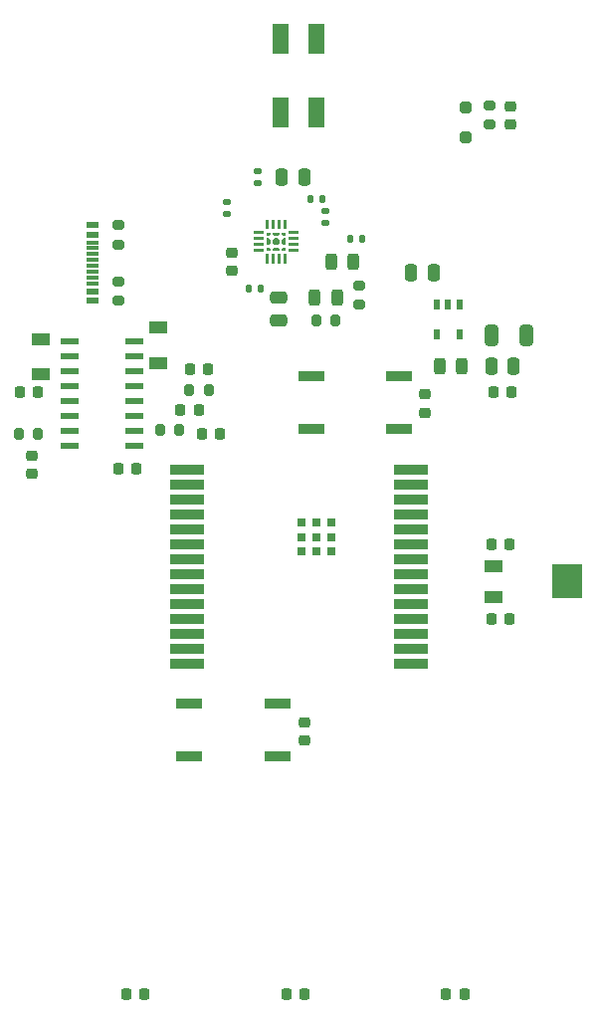
<source format=gbr>
%TF.GenerationSoftware,KiCad,Pcbnew,9.0.5*%
%TF.CreationDate,2025-11-15T02:55:35-05:00*%
%TF.ProjectId,CreditCard,43726564-6974-4436-9172-642e6b696361,rev?*%
%TF.SameCoordinates,Original*%
%TF.FileFunction,Paste,Bot*%
%TF.FilePolarity,Positive*%
%FSLAX46Y46*%
G04 Gerber Fmt 4.6, Leading zero omitted, Abs format (unit mm)*
G04 Created by KiCad (PCBNEW 9.0.5) date 2025-11-15 02:55:35*
%MOMM*%
%LPD*%
G01*
G04 APERTURE LIST*
G04 Aperture macros list*
%AMRoundRect*
0 Rectangle with rounded corners*
0 $1 Rounding radius*
0 $2 $3 $4 $5 $6 $7 $8 $9 X,Y pos of 4 corners*
0 Add a 4 corners polygon primitive as box body*
4,1,4,$2,$3,$4,$5,$6,$7,$8,$9,$2,$3,0*
0 Add four circle primitives for the rounded corners*
1,1,$1+$1,$2,$3*
1,1,$1+$1,$4,$5*
1,1,$1+$1,$6,$7*
1,1,$1+$1,$8,$9*
0 Add four rect primitives between the rounded corners*
20,1,$1+$1,$2,$3,$4,$5,0*
20,1,$1+$1,$4,$5,$6,$7,0*
20,1,$1+$1,$6,$7,$8,$9,0*
20,1,$1+$1,$8,$9,$2,$3,0*%
G04 Aperture macros list end*
%ADD10C,0.000000*%
%ADD11RoundRect,0.250000X-0.325000X-0.650000X0.325000X-0.650000X0.325000X0.650000X-0.325000X0.650000X0*%
%ADD12RoundRect,0.135000X0.135000X0.185000X-0.135000X0.185000X-0.135000X-0.185000X0.135000X-0.185000X0*%
%ADD13R,1.600000X1.000000*%
%ADD14R,2.500000X3.000000*%
%ADD15RoundRect,0.225000X-0.225000X-0.250000X0.225000X-0.250000X0.225000X0.250000X-0.225000X0.250000X0*%
%ADD16RoundRect,0.250000X-0.250000X-0.475000X0.250000X-0.475000X0.250000X0.475000X-0.250000X0.475000X0*%
%ADD17RoundRect,0.135000X0.185000X-0.135000X0.185000X0.135000X-0.185000X0.135000X-0.185000X-0.135000X0*%
%ADD18RoundRect,0.200000X0.275000X-0.200000X0.275000X0.200000X-0.275000X0.200000X-0.275000X-0.200000X0*%
%ADD19RoundRect,0.225000X-0.250000X0.225000X-0.250000X-0.225000X0.250000X-0.225000X0.250000X0.225000X0*%
%ADD20RoundRect,0.250000X-0.250000X0.250000X-0.250000X-0.250000X0.250000X-0.250000X0.250000X0.250000X0*%
%ADD21RoundRect,0.200000X-0.200000X-0.275000X0.200000X-0.275000X0.200000X0.275000X-0.200000X0.275000X0*%
%ADD22R,1.140000X0.600000*%
%ADD23R,1.140000X0.300000*%
%ADD24R,2.209800X0.863600*%
%ADD25RoundRect,0.250000X-0.475000X0.250000X-0.475000X-0.250000X0.475000X-0.250000X0.475000X0.250000X0*%
%ADD26R,1.397000X2.500000*%
%ADD27RoundRect,0.200000X0.200000X0.275000X-0.200000X0.275000X-0.200000X-0.275000X0.200000X-0.275000X0*%
%ADD28R,0.508000X0.955600*%
%ADD29RoundRect,0.225000X0.225000X0.250000X-0.225000X0.250000X-0.225000X-0.250000X0.225000X-0.250000X0*%
%ADD30RoundRect,0.243750X-0.243750X-0.456250X0.243750X-0.456250X0.243750X0.456250X-0.243750X0.456250X0*%
%ADD31RoundRect,0.135000X-0.135000X-0.185000X0.135000X-0.185000X0.135000X0.185000X-0.135000X0.185000X0*%
%ADD32RoundRect,0.250000X0.250000X0.475000X-0.250000X0.475000X-0.250000X-0.475000X0.250000X-0.475000X0*%
%ADD33R,1.511300X0.558800*%
%ADD34RoundRect,0.225000X0.250000X-0.225000X0.250000X0.225000X-0.250000X0.225000X-0.250000X-0.225000X0*%
%ADD35R,3.000000X0.900000*%
%ADD36R,3.000000X0.899998*%
%ADD37R,3.000000X0.899996*%
%ADD38R,0.800000X0.800000*%
%ADD39RoundRect,0.135000X-0.185000X0.135000X-0.185000X-0.135000X0.185000X-0.135000X0.185000X0.135000X0*%
G04 APERTURE END LIST*
D10*
%TO.C,U1*%
G36*
X122475108Y-55539919D02*
G01*
X121674893Y-55539919D01*
X121674893Y-55309703D01*
X122475108Y-55309703D01*
X122475108Y-55539919D01*
G37*
G36*
X122475108Y-56040045D02*
G01*
X121674893Y-56040045D01*
X121674893Y-55809829D01*
X122475108Y-55809829D01*
X122475108Y-56040045D01*
G37*
G36*
X122475108Y-56540171D02*
G01*
X121674893Y-56540171D01*
X121674893Y-56309955D01*
X122475108Y-56309955D01*
X122475108Y-56540171D01*
G37*
G36*
X122475108Y-57040297D02*
G01*
X121674893Y-57040297D01*
X121674893Y-56810081D01*
X122475108Y-56810081D01*
X122475108Y-57040297D01*
G37*
G36*
X122915109Y-55100108D02*
G01*
X122684891Y-55100108D01*
X122684891Y-54299893D01*
X122915109Y-54299893D01*
X122915109Y-55100108D01*
G37*
G36*
X122915109Y-58050107D02*
G01*
X122684891Y-58050107D01*
X122684891Y-57249892D01*
X122915109Y-57249892D01*
X122915109Y-58050107D01*
G37*
G36*
X123415108Y-55100108D02*
G01*
X123184893Y-55100108D01*
X123184893Y-54299893D01*
X123415108Y-54299893D01*
X123415108Y-55100108D01*
G37*
G36*
X123415108Y-58050107D02*
G01*
X123184893Y-58050107D01*
X123184893Y-57249892D01*
X123415108Y-57249892D01*
X123415108Y-58050107D01*
G37*
G36*
X123915107Y-55100108D02*
G01*
X123684892Y-55100108D01*
X123684892Y-54299893D01*
X123915107Y-54299893D01*
X123915107Y-55100108D01*
G37*
G36*
X123915107Y-58050107D02*
G01*
X123684892Y-58050107D01*
X123684892Y-57249892D01*
X123915107Y-57249892D01*
X123915107Y-58050107D01*
G37*
G36*
X124415109Y-55100108D02*
G01*
X124184891Y-55100108D01*
X124184891Y-54299893D01*
X124415109Y-54299893D01*
X124415109Y-55100108D01*
G37*
G36*
X124415109Y-58050107D02*
G01*
X124184891Y-58050107D01*
X124184891Y-57249892D01*
X124415109Y-57249892D01*
X124415109Y-58050107D01*
G37*
G36*
X125425107Y-55539919D02*
G01*
X124624892Y-55539919D01*
X124624892Y-55309703D01*
X125425107Y-55309703D01*
X125425107Y-55539919D01*
G37*
G36*
X125425107Y-56040045D02*
G01*
X124624892Y-56040045D01*
X124624892Y-55809829D01*
X125425107Y-55809829D01*
X125425107Y-56040045D01*
G37*
G36*
X125425107Y-56540171D02*
G01*
X124624892Y-56540171D01*
X124624892Y-56309955D01*
X125425107Y-56309955D01*
X125425107Y-56540171D01*
G37*
G36*
X125425107Y-57040297D02*
G01*
X124624892Y-57040297D01*
X124624892Y-56810081D01*
X125425107Y-56810081D01*
X125425107Y-57040297D01*
G37*
G36*
X123056300Y-55539879D02*
G01*
X122914879Y-55681300D01*
X122774930Y-55681300D01*
X122774930Y-55399930D01*
X123056300Y-55399930D01*
X123056300Y-55539879D01*
G37*
G36*
X123056300Y-56810121D02*
G01*
X123056300Y-56950070D01*
X122774930Y-56950070D01*
X122774930Y-56668700D01*
X122914879Y-56668700D01*
X123056300Y-56810121D01*
G37*
G36*
X124325070Y-55681300D02*
G01*
X124185121Y-55681300D01*
X124043700Y-55539879D01*
X124043700Y-55399930D01*
X124325070Y-55399930D01*
X124325070Y-55681300D01*
G37*
G36*
X124325070Y-56950070D02*
G01*
X124043700Y-56950070D01*
X124043700Y-56810121D01*
X124185121Y-56668700D01*
X124325070Y-56668700D01*
X124325070Y-56950070D01*
G37*
G36*
X123056300Y-56022721D02*
G01*
X123056300Y-56327279D01*
X122914879Y-56468700D01*
X122774930Y-56468700D01*
X122774930Y-55881300D01*
X122914879Y-55881300D01*
X123056300Y-56022721D01*
G37*
G36*
X123843700Y-55539879D02*
G01*
X123702279Y-55681300D01*
X123397721Y-55681300D01*
X123256300Y-55539879D01*
X123256300Y-55399930D01*
X123843700Y-55399930D01*
X123843700Y-55539879D01*
G37*
G36*
X123843700Y-56810121D02*
G01*
X123843700Y-56950070D01*
X123256300Y-56950070D01*
X123256300Y-56810121D01*
X123397721Y-56668700D01*
X123702279Y-56668700D01*
X123843700Y-56810121D01*
G37*
G36*
X124325070Y-56468700D02*
G01*
X124185121Y-56468700D01*
X124043700Y-56327279D01*
X124043700Y-56022721D01*
X124185121Y-55881300D01*
X124325070Y-55881300D01*
X124325070Y-56468700D01*
G37*
G36*
X123843700Y-56022721D02*
G01*
X123843700Y-56327279D01*
X123702279Y-56468700D01*
X123397721Y-56468700D01*
X123256300Y-56327279D01*
X123256300Y-56022721D01*
X123397721Y-55881300D01*
X123702279Y-55881300D01*
X123843700Y-56022721D01*
G37*
%TD*%
D11*
%TO.C,C7*%
X141925000Y-64200000D03*
X144875000Y-64200000D03*
%TD*%
D12*
%TO.C,R31*%
X127500099Y-52520100D03*
X126480099Y-52520100D03*
%TD*%
D13*
%TO.C,Y1*%
X142100000Y-86400000D03*
X142100000Y-83800000D03*
D14*
X148350000Y-85100000D03*
%TD*%
D15*
%TO.C,C8*%
X142025000Y-69000000D03*
X143575000Y-69000000D03*
%TD*%
D16*
%TO.C,C4*%
X141850000Y-66800000D03*
X143750000Y-66800000D03*
%TD*%
D15*
%TO.C,C11*%
X124425000Y-120200000D03*
X125975000Y-120200000D03*
%TD*%
D17*
%TO.C,R8*%
X121990099Y-51230100D03*
X121990099Y-50210100D03*
%TD*%
D15*
%TO.C,C12*%
X141875000Y-88300000D03*
X143425000Y-88300000D03*
%TD*%
D18*
%TO.C,R10*%
X141725000Y-46250000D03*
X141725000Y-44600000D03*
%TD*%
D19*
%TO.C,C22*%
X102746307Y-74370000D03*
X102746307Y-75920000D03*
%TD*%
D20*
%TO.C,D5*%
X139725000Y-44775000D03*
X139725000Y-47275000D03*
%TD*%
D21*
%TO.C,R4*%
X126965099Y-62920100D03*
X128615099Y-62920100D03*
%TD*%
D13*
%TO.C,U11*%
X113500000Y-63500000D03*
X113500000Y-66500000D03*
%TD*%
D15*
%TO.C,C17*%
X141875000Y-81900000D03*
X143425000Y-81900000D03*
%TD*%
D22*
%TO.C,J3*%
X107965000Y-61200000D03*
X107965000Y-60400000D03*
D23*
X107965000Y-59250000D03*
X107965000Y-58250000D03*
X107965000Y-57750000D03*
X107965000Y-56750000D03*
D22*
X107965000Y-54800000D03*
X107965000Y-55600000D03*
D23*
X107965000Y-56250000D03*
X107965000Y-57250000D03*
X107965000Y-58750000D03*
X107965000Y-59750000D03*
%TD*%
D24*
%TO.C,U3*%
X126557000Y-72150000D03*
X134050000Y-72150000D03*
X126557000Y-67649998D03*
X134050000Y-67649998D03*
%TD*%
D25*
%TO.C,C15*%
X123790099Y-60970100D03*
X123790099Y-62870100D03*
%TD*%
D21*
%TO.C,R15*%
X113675000Y-72245000D03*
X115325000Y-72245000D03*
%TD*%
D18*
%TO.C,R11*%
X110175000Y-56425000D03*
X110175000Y-54775000D03*
%TD*%
D26*
%TO.C,J1*%
X126977478Y-45166955D03*
X126977478Y-38966957D03*
X123977479Y-45166955D03*
X123977479Y-38966957D03*
%TD*%
D27*
%TO.C,R18*%
X117825000Y-68800000D03*
X116175000Y-68800000D03*
%TD*%
D15*
%TO.C,C18*%
X138025000Y-120200000D03*
X139575000Y-120200000D03*
%TD*%
D28*
%TO.C,U2*%
X137249999Y-61522200D03*
X138200000Y-61522200D03*
X139150001Y-61522200D03*
X139150001Y-64077800D03*
X137249999Y-64077800D03*
%TD*%
D18*
%TO.C,R5*%
X130590099Y-61545100D03*
X130590099Y-59895100D03*
%TD*%
D29*
%TO.C,C5*%
X111675450Y-75545000D03*
X110125450Y-75545000D03*
%TD*%
D30*
%TO.C,D3*%
X128252599Y-57920100D03*
X130127599Y-57920100D03*
%TD*%
D17*
%TO.C,R7*%
X119390099Y-53830100D03*
X119390099Y-52810100D03*
%TD*%
D15*
%TO.C,C6*%
X117225000Y-72500000D03*
X118775000Y-72500000D03*
%TD*%
D30*
%TO.C,L1*%
X137462500Y-66800000D03*
X139337500Y-66800000D03*
%TD*%
D19*
%TO.C,C14*%
X119790099Y-57145100D03*
X119790099Y-58695100D03*
%TD*%
D16*
%TO.C,C13*%
X124040099Y-50720100D03*
X125940099Y-50720100D03*
%TD*%
D31*
%TO.C,R26*%
X129880099Y-55920100D03*
X130900099Y-55920100D03*
%TD*%
D32*
%TO.C,C3*%
X136950000Y-58800000D03*
X135050000Y-58800000D03*
%TD*%
D19*
%TO.C,C9*%
X125950000Y-97075000D03*
X125950000Y-98625000D03*
%TD*%
D33*
%TO.C,U10*%
X111500000Y-64650000D03*
X111500000Y-65920000D03*
X111500000Y-67190000D03*
X111500000Y-68460000D03*
X111500000Y-69730000D03*
X111500000Y-71000000D03*
X111500000Y-72270000D03*
X111500000Y-73540000D03*
X106000900Y-73540000D03*
X106000900Y-72270000D03*
X106000900Y-71000000D03*
X106000900Y-69730000D03*
X106000900Y-68460000D03*
X106000900Y-67190000D03*
X106000900Y-65920000D03*
X106000900Y-64650000D03*
%TD*%
D21*
%TO.C,R16*%
X101675000Y-72500000D03*
X103325000Y-72500000D03*
%TD*%
D24*
%TO.C,U4*%
X123646500Y-95499999D03*
X116153500Y-95499999D03*
X123646500Y-100000001D03*
X116153500Y-100000001D03*
%TD*%
D29*
%TO.C,C23*%
X103275000Y-69000000D03*
X101725000Y-69000000D03*
%TD*%
D15*
%TO.C,C10*%
X110825000Y-120200000D03*
X112375000Y-120200000D03*
%TD*%
D29*
%TO.C,C26*%
X116975000Y-70500000D03*
X115425000Y-70500000D03*
%TD*%
D18*
%TO.C,R12*%
X110175000Y-61225000D03*
X110175000Y-59575000D03*
%TD*%
D30*
%TO.C,D2*%
X126852599Y-60920100D03*
X128727599Y-60920100D03*
%TD*%
D13*
%TO.C,U9*%
X103500000Y-64500000D03*
X103500000Y-67500000D03*
%TD*%
D34*
%TO.C,C1*%
X136200000Y-70725000D03*
X136200000Y-69175000D03*
%TD*%
D31*
%TO.C,R23*%
X121240000Y-60150000D03*
X122260000Y-60150000D03*
%TD*%
D35*
%TO.C,U8*%
X135000000Y-75590000D03*
X135000000Y-76860000D03*
X135000000Y-78130000D03*
X135000000Y-79400000D03*
X135000000Y-80670000D03*
X135000000Y-81940000D03*
X135000000Y-83210000D03*
X135000000Y-84480000D03*
X135000000Y-85750000D03*
X135000000Y-87020000D03*
X135000000Y-88290000D03*
X135000000Y-89560000D03*
D36*
X135000000Y-90829999D03*
X135000000Y-92099999D03*
D35*
X116000000Y-92100000D03*
X116000000Y-90830000D03*
X116000000Y-89560000D03*
X116000000Y-88290000D03*
X116000000Y-87020000D03*
X116000000Y-85750000D03*
X116000000Y-84480000D03*
D36*
X116000000Y-83210001D03*
D37*
X116000000Y-81940002D03*
D36*
X116000000Y-80670001D03*
D35*
X116000000Y-79400000D03*
D36*
X116000000Y-78130001D03*
D35*
X116000000Y-76860000D03*
D36*
X116000000Y-75590001D03*
D38*
X128255000Y-80060000D03*
X127005000Y-80060000D03*
X125755000Y-80060000D03*
X128255000Y-81310000D03*
X127005000Y-81310000D03*
X125755000Y-81310000D03*
X128255000Y-82560000D03*
X127005000Y-82560000D03*
X125755000Y-82560000D03*
%TD*%
D34*
%TO.C,C16*%
X143525000Y-46200000D03*
X143525000Y-44650000D03*
%TD*%
D15*
%TO.C,C25*%
X116225000Y-67000000D03*
X117775000Y-67000000D03*
%TD*%
D39*
%TO.C,R29*%
X127790099Y-53610100D03*
X127790099Y-54630100D03*
%TD*%
M02*

</source>
